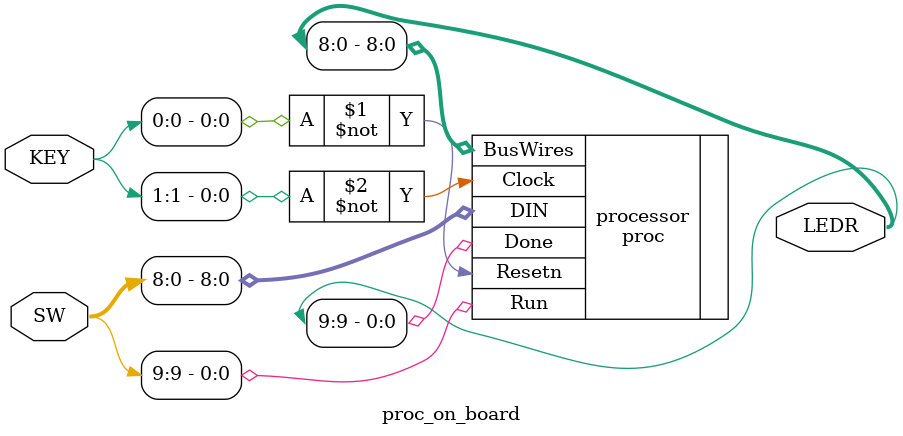
<source format=v>
module proc_on_board(input [9:0] SW,
							input [1:0] KEY,
							output [9:0] LEDR);
							
	proc processor(.DIN(SW[8:0]), .Resetn(~KEY[0]), .Clock(~KEY[1]),
						.Run(SW[9]), .Done(LEDR[9]), .BusWires(LEDR[8:0]));
	
endmodule

</source>
